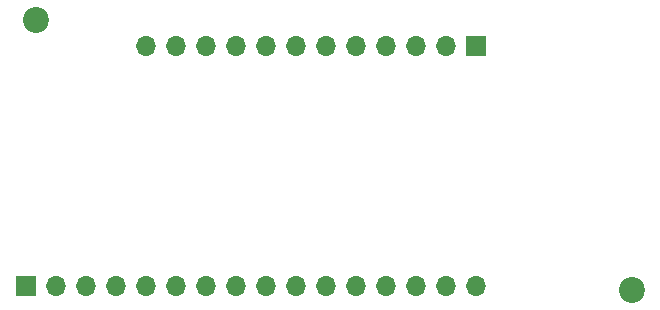
<source format=gbr>
%TF.GenerationSoftware,KiCad,Pcbnew,9.0.4*%
%TF.CreationDate,2025-11-17T08:26:25+00:00*%
%TF.ProjectId,MRF-Pro-v7.5,4d52462d-5072-46f2-9d76-372e352e6b69,rev?*%
%TF.SameCoordinates,Original*%
%TF.FileFunction,Soldermask,Bot*%
%TF.FilePolarity,Negative*%
%FSLAX46Y46*%
G04 Gerber Fmt 4.6, Leading zero omitted, Abs format (unit mm)*
G04 Created by KiCad (PCBNEW 9.0.4) date 2025-11-17 08:26:25*
%MOMM*%
%LPD*%
G01*
G04 APERTURE LIST*
%ADD10R,1.700000X1.700000*%
%ADD11O,1.700000X1.700000*%
%ADD12C,2.200000*%
G04 APERTURE END LIST*
D10*
%TO.C,J2*%
X146050000Y-101600000D03*
D11*
X143510000Y-101600000D03*
X140970000Y-101600000D03*
X138430000Y-101600000D03*
X135890000Y-101600000D03*
X133350000Y-101600000D03*
X130810000Y-101600000D03*
X128270000Y-101600000D03*
X125730000Y-101600000D03*
X123190000Y-101600000D03*
X120650000Y-101600000D03*
X118110000Y-101600000D03*
%TD*%
D10*
%TO.C,J1*%
X107950000Y-121920000D03*
D11*
X110490000Y-121920000D03*
X113030000Y-121920000D03*
X115570000Y-121920000D03*
X118110000Y-121920000D03*
X120650000Y-121920000D03*
X123190000Y-121920000D03*
X125730000Y-121920000D03*
X128270000Y-121920000D03*
X130810000Y-121920000D03*
X133350000Y-121920000D03*
X135890000Y-121920000D03*
X138430000Y-121920000D03*
X140970000Y-121920000D03*
X143510000Y-121920000D03*
X146050000Y-121920000D03*
%TD*%
D12*
%TO.C,REF\u002A\u002A*%
X159258000Y-122199400D03*
%TD*%
%TO.C,REF\u002A\u002A*%
X108788200Y-99364800D03*
%TD*%
M02*

</source>
